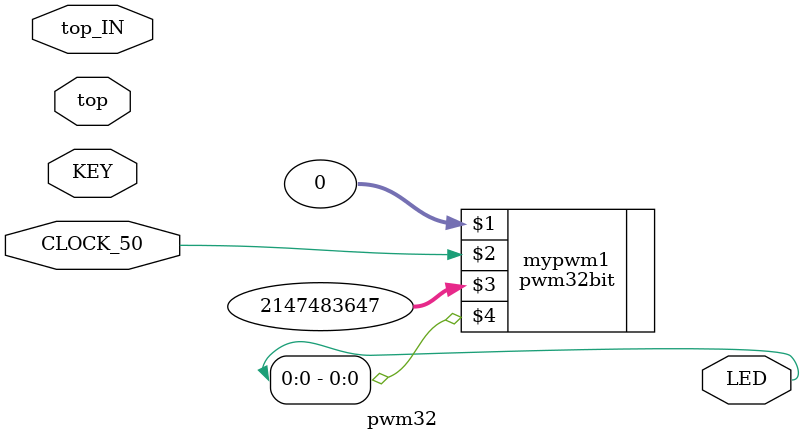
<source format=v>


module pwm32(

	//////////// CLOCK //////////
	CLOCK_50,

	//////////// LED //////////
	LED,

	//////////// KEY //////////
	KEY,

	//////////// GPIO_0, GPIO_0 connect to GPIO Default //////////
	top,
	top_IN 
);

//=======================================================
//  PARAMETER declarations
//=======================================================


//=======================================================
//  PORT declarations
//=======================================================

//////////// CLOCK //////////
input 		          		CLOCK_50;

//////////// LED //////////
output		     [7:0]		LED;

//////////// KEY //////////
input 		     [1:0]		KEY;

//////////// GPIO_0, GPIO_0 connect to GPIO Default //////////
inout 		    [33:0]		top;
input 		     [1:0]		top_IN;


//=======================================================
//  REG/WIRE declarations
//=======================================================




//=======================================================
//  Structural coding
//=======================================================

pwm32bit mypwm1(0,CLOCK_50,32'h7fffffff,LED[0]);


endmodule

</source>
